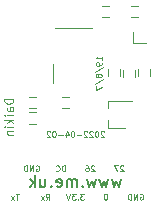
<source format=gbr>
%TF.GenerationSoftware,KiCad,Pcbnew,(6.0.2-0)*%
%TF.CreationDate,2022-04-03T14:45:23+01:00*%
%TF.ProjectId,Daikin,4461696b-696e-42e6-9b69-6361645f7063,1*%
%TF.SameCoordinates,Original*%
%TF.FileFunction,Legend,Bot*%
%TF.FilePolarity,Positive*%
%FSLAX46Y46*%
G04 Gerber Fmt 4.6, Leading zero omitted, Abs format (unit mm)*
G04 Created by KiCad (PCBNEW (6.0.2-0)) date 2022-04-03 14:45:23*
%MOMM*%
%LPD*%
G01*
G04 APERTURE LIST*
%ADD10C,0.080000*%
%ADD11C,0.100000*%
%ADD12C,0.150000*%
%ADD13C,0.120000*%
G04 APERTURE END LIST*
D10*
X102428571Y-49673809D02*
X102404761Y-49650000D01*
X102357142Y-49626190D01*
X102238095Y-49626190D01*
X102190476Y-49650000D01*
X102166666Y-49673809D01*
X102142857Y-49721428D01*
X102142857Y-49769047D01*
X102166666Y-49840476D01*
X102452380Y-50126190D01*
X102142857Y-50126190D01*
X101833333Y-49626190D02*
X101785714Y-49626190D01*
X101738095Y-49650000D01*
X101714285Y-49673809D01*
X101690476Y-49721428D01*
X101666666Y-49816666D01*
X101666666Y-49935714D01*
X101690476Y-50030952D01*
X101714285Y-50078571D01*
X101738095Y-50102380D01*
X101785714Y-50126190D01*
X101833333Y-50126190D01*
X101880952Y-50102380D01*
X101904761Y-50078571D01*
X101928571Y-50030952D01*
X101952380Y-49935714D01*
X101952380Y-49816666D01*
X101928571Y-49721428D01*
X101904761Y-49673809D01*
X101880952Y-49650000D01*
X101833333Y-49626190D01*
X101476190Y-49673809D02*
X101452380Y-49650000D01*
X101404761Y-49626190D01*
X101285714Y-49626190D01*
X101238095Y-49650000D01*
X101214285Y-49673809D01*
X101190476Y-49721428D01*
X101190476Y-49769047D01*
X101214285Y-49840476D01*
X101500000Y-50126190D01*
X101190476Y-50126190D01*
X101000000Y-49673809D02*
X100976190Y-49650000D01*
X100928571Y-49626190D01*
X100809523Y-49626190D01*
X100761904Y-49650000D01*
X100738095Y-49673809D01*
X100714285Y-49721428D01*
X100714285Y-49769047D01*
X100738095Y-49840476D01*
X101023809Y-50126190D01*
X100714285Y-50126190D01*
X100500000Y-49935714D02*
X100119047Y-49935714D01*
X99785714Y-49626190D02*
X99738095Y-49626190D01*
X99690476Y-49650000D01*
X99666666Y-49673809D01*
X99642857Y-49721428D01*
X99619047Y-49816666D01*
X99619047Y-49935714D01*
X99642857Y-50030952D01*
X99666666Y-50078571D01*
X99690476Y-50102380D01*
X99738095Y-50126190D01*
X99785714Y-50126190D01*
X99833333Y-50102380D01*
X99857142Y-50078571D01*
X99880952Y-50030952D01*
X99904761Y-49935714D01*
X99904761Y-49816666D01*
X99880952Y-49721428D01*
X99857142Y-49673809D01*
X99833333Y-49650000D01*
X99785714Y-49626190D01*
X99190476Y-49792857D02*
X99190476Y-50126190D01*
X99309523Y-49602380D02*
X99428571Y-49959523D01*
X99119047Y-49959523D01*
X98928571Y-49935714D02*
X98547619Y-49935714D01*
X98214285Y-49626190D02*
X98166666Y-49626190D01*
X98119047Y-49650000D01*
X98095238Y-49673809D01*
X98071428Y-49721428D01*
X98047619Y-49816666D01*
X98047619Y-49935714D01*
X98071428Y-50030952D01*
X98095238Y-50078571D01*
X98119047Y-50102380D01*
X98166666Y-50126190D01*
X98214285Y-50126190D01*
X98261904Y-50102380D01*
X98285714Y-50078571D01*
X98309523Y-50030952D01*
X98333333Y-49935714D01*
X98333333Y-49816666D01*
X98309523Y-49721428D01*
X98285714Y-49673809D01*
X98261904Y-49650000D01*
X98214285Y-49626190D01*
X97857142Y-49673809D02*
X97833333Y-49650000D01*
X97785714Y-49626190D01*
X97666666Y-49626190D01*
X97619047Y-49650000D01*
X97595238Y-49673809D01*
X97571428Y-49721428D01*
X97571428Y-49769047D01*
X97595238Y-49840476D01*
X97880952Y-50126190D01*
X97571428Y-50126190D01*
X104080952Y-52573809D02*
X104057142Y-52550000D01*
X104009523Y-52526190D01*
X103890476Y-52526190D01*
X103842857Y-52550000D01*
X103819047Y-52573809D01*
X103795238Y-52621428D01*
X103795238Y-52669047D01*
X103819047Y-52740476D01*
X104104761Y-53026190D01*
X103795238Y-53026190D01*
X103628571Y-52526190D02*
X103295238Y-52526190D01*
X103509523Y-53026190D01*
X101614284Y-52573809D02*
X101590474Y-52550000D01*
X101542855Y-52526190D01*
X101423808Y-52526190D01*
X101376189Y-52550000D01*
X101352379Y-52573809D01*
X101328570Y-52621428D01*
X101328570Y-52669047D01*
X101352379Y-52740476D01*
X101638093Y-53026190D01*
X101328570Y-53026190D01*
X100899998Y-52526190D02*
X100995236Y-52526190D01*
X101042855Y-52550000D01*
X101066665Y-52573809D01*
X101114284Y-52645238D01*
X101138093Y-52740476D01*
X101138093Y-52930952D01*
X101114284Y-52978571D01*
X101090474Y-53002380D01*
X101042855Y-53026190D01*
X100947617Y-53026190D01*
X100899998Y-53002380D01*
X100876189Y-52978571D01*
X100852379Y-52930952D01*
X100852379Y-52811904D01*
X100876189Y-52764285D01*
X100899998Y-52740476D01*
X100947617Y-52716666D01*
X101042855Y-52716666D01*
X101090474Y-52740476D01*
X101114284Y-52764285D01*
X101138093Y-52811904D01*
X99147618Y-53026190D02*
X99147618Y-52526190D01*
X99028570Y-52526190D01*
X98957142Y-52550000D01*
X98909523Y-52597619D01*
X98885713Y-52645238D01*
X98861904Y-52740476D01*
X98861904Y-52811904D01*
X98885713Y-52907142D01*
X98909523Y-52954761D01*
X98957142Y-53002380D01*
X99028570Y-53026190D01*
X99147618Y-53026190D01*
X98361904Y-52978571D02*
X98385713Y-53002380D01*
X98457142Y-53026190D01*
X98504761Y-53026190D01*
X98576189Y-53002380D01*
X98623808Y-52954761D01*
X98647618Y-52907142D01*
X98671427Y-52811904D01*
X98671427Y-52740476D01*
X98647618Y-52645238D01*
X98623808Y-52597619D01*
X98576189Y-52550000D01*
X98504761Y-52526190D01*
X98457142Y-52526190D01*
X98385713Y-52550000D01*
X98361904Y-52573809D01*
X96680952Y-52550000D02*
X96728571Y-52526190D01*
X96800000Y-52526190D01*
X96871428Y-52550000D01*
X96919047Y-52597619D01*
X96942857Y-52645238D01*
X96966666Y-52740476D01*
X96966666Y-52811904D01*
X96942857Y-52907142D01*
X96919047Y-52954761D01*
X96871428Y-53002380D01*
X96800000Y-53026190D01*
X96752380Y-53026190D01*
X96680952Y-53002380D01*
X96657142Y-52978571D01*
X96657142Y-52811904D01*
X96752380Y-52811904D01*
X96442857Y-53026190D02*
X96442857Y-52526190D01*
X96157142Y-53026190D01*
X96157142Y-52526190D01*
X95919047Y-53026190D02*
X95919047Y-52526190D01*
X95800000Y-52526190D01*
X95728571Y-52550000D01*
X95680952Y-52597619D01*
X95657142Y-52645238D01*
X95633333Y-52740476D01*
X95633333Y-52811904D01*
X95657142Y-52907142D01*
X95680952Y-52954761D01*
X95728571Y-53002380D01*
X95800000Y-53026190D01*
X95919047Y-53026190D01*
X95245238Y-54926190D02*
X94959523Y-54926190D01*
X95102380Y-55426190D02*
X95102380Y-54926190D01*
X94840476Y-55426190D02*
X94578571Y-55092857D01*
X94840476Y-55092857D02*
X94578571Y-55426190D01*
X97497619Y-55426190D02*
X97664285Y-55188095D01*
X97783333Y-55426190D02*
X97783333Y-54926190D01*
X97592857Y-54926190D01*
X97545238Y-54950000D01*
X97521428Y-54973809D01*
X97497619Y-55021428D01*
X97497619Y-55092857D01*
X97521428Y-55140476D01*
X97545238Y-55164285D01*
X97592857Y-55188095D01*
X97783333Y-55188095D01*
X97330952Y-55426190D02*
X97069047Y-55092857D01*
X97330952Y-55092857D02*
X97069047Y-55426190D01*
X100738095Y-54926190D02*
X100428571Y-54926190D01*
X100595238Y-55116666D01*
X100523809Y-55116666D01*
X100476190Y-55140476D01*
X100452380Y-55164285D01*
X100428571Y-55211904D01*
X100428571Y-55330952D01*
X100452380Y-55378571D01*
X100476190Y-55402380D01*
X100523809Y-55426190D01*
X100666666Y-55426190D01*
X100714285Y-55402380D01*
X100738095Y-55378571D01*
X100214285Y-55378571D02*
X100190476Y-55402380D01*
X100214285Y-55426190D01*
X100238095Y-55402380D01*
X100214285Y-55378571D01*
X100214285Y-55426190D01*
X100023809Y-54926190D02*
X99714285Y-54926190D01*
X99880952Y-55116666D01*
X99809523Y-55116666D01*
X99761904Y-55140476D01*
X99738095Y-55164285D01*
X99714285Y-55211904D01*
X99714285Y-55330952D01*
X99738095Y-55378571D01*
X99761904Y-55402380D01*
X99809523Y-55426190D01*
X99952380Y-55426190D01*
X100000000Y-55402380D01*
X100023809Y-55378571D01*
X99571428Y-54926190D02*
X99404761Y-55426190D01*
X99238095Y-54926190D01*
X102573809Y-54926190D02*
X102526190Y-54926190D01*
X102478571Y-54950000D01*
X102454761Y-54973809D01*
X102430952Y-55021428D01*
X102407142Y-55116666D01*
X102407142Y-55235714D01*
X102430952Y-55330952D01*
X102454761Y-55378571D01*
X102478571Y-55402380D01*
X102526190Y-55426190D01*
X102573809Y-55426190D01*
X102621428Y-55402380D01*
X102645238Y-55378571D01*
X102669047Y-55330952D01*
X102692857Y-55235714D01*
X102692857Y-55116666D01*
X102669047Y-55021428D01*
X102645238Y-54973809D01*
X102621428Y-54950000D01*
X102573809Y-54926190D01*
X105480952Y-54950000D02*
X105528571Y-54926190D01*
X105600000Y-54926190D01*
X105671428Y-54950000D01*
X105719047Y-54997619D01*
X105742857Y-55045238D01*
X105766666Y-55140476D01*
X105766666Y-55211904D01*
X105742857Y-55307142D01*
X105719047Y-55354761D01*
X105671428Y-55402380D01*
X105600000Y-55426190D01*
X105552380Y-55426190D01*
X105480952Y-55402380D01*
X105457142Y-55378571D01*
X105457142Y-55211904D01*
X105552380Y-55211904D01*
X105242857Y-55426190D02*
X105242857Y-54926190D01*
X104957142Y-55426190D01*
X104957142Y-54926190D01*
X104719047Y-55426190D02*
X104719047Y-54926190D01*
X104600000Y-54926190D01*
X104528571Y-54950000D01*
X104480952Y-54997619D01*
X104457142Y-55045238D01*
X104433333Y-55140476D01*
X104433333Y-55211904D01*
X104457142Y-55307142D01*
X104480952Y-55354761D01*
X104528571Y-55402380D01*
X104600000Y-55426190D01*
X104719047Y-55426190D01*
D11*
X94739285Y-46864285D02*
X93989285Y-46864285D01*
X93989285Y-47042857D01*
X94025000Y-47150000D01*
X94096428Y-47221428D01*
X94167857Y-47257142D01*
X94310714Y-47292857D01*
X94417857Y-47292857D01*
X94560714Y-47257142D01*
X94632142Y-47221428D01*
X94703571Y-47150000D01*
X94739285Y-47042857D01*
X94739285Y-46864285D01*
X94739285Y-47935714D02*
X94346428Y-47935714D01*
X94275000Y-47900000D01*
X94239285Y-47828571D01*
X94239285Y-47685714D01*
X94275000Y-47614285D01*
X94703571Y-47935714D02*
X94739285Y-47864285D01*
X94739285Y-47685714D01*
X94703571Y-47614285D01*
X94632142Y-47578571D01*
X94560714Y-47578571D01*
X94489285Y-47614285D01*
X94453571Y-47685714D01*
X94453571Y-47864285D01*
X94417857Y-47935714D01*
X94739285Y-48292857D02*
X94239285Y-48292857D01*
X93989285Y-48292857D02*
X94025000Y-48257142D01*
X94060714Y-48292857D01*
X94025000Y-48328571D01*
X93989285Y-48292857D01*
X94060714Y-48292857D01*
X94739285Y-48650000D02*
X93989285Y-48650000D01*
X94453571Y-48721428D02*
X94739285Y-48935714D01*
X94239285Y-48935714D02*
X94525000Y-48650000D01*
X94739285Y-49257142D02*
X94239285Y-49257142D01*
X93989285Y-49257142D02*
X94025000Y-49221428D01*
X94060714Y-49257142D01*
X94025000Y-49292857D01*
X93989285Y-49257142D01*
X94060714Y-49257142D01*
X94239285Y-49614285D02*
X94739285Y-49614285D01*
X94310714Y-49614285D02*
X94275000Y-49650000D01*
X94239285Y-49721428D01*
X94239285Y-49828571D01*
X94275000Y-49900000D01*
X94346428Y-49935714D01*
X94739285Y-49935714D01*
D10*
X102226190Y-43604761D02*
X102226190Y-43319047D01*
X102226190Y-43461904D02*
X101726190Y-43461904D01*
X101797619Y-43414285D01*
X101845238Y-43366666D01*
X101869047Y-43319047D01*
X102226190Y-43842857D02*
X102226190Y-43938095D01*
X102202380Y-43985714D01*
X102178571Y-44009523D01*
X102107142Y-44057142D01*
X102011904Y-44080952D01*
X101821428Y-44080952D01*
X101773809Y-44057142D01*
X101750000Y-44033333D01*
X101726190Y-43985714D01*
X101726190Y-43890476D01*
X101750000Y-43842857D01*
X101773809Y-43819047D01*
X101821428Y-43795238D01*
X101940476Y-43795238D01*
X101988095Y-43819047D01*
X102011904Y-43842857D01*
X102035714Y-43890476D01*
X102035714Y-43985714D01*
X102011904Y-44033333D01*
X101988095Y-44057142D01*
X101940476Y-44080952D01*
X101702380Y-44652380D02*
X102345238Y-44223809D01*
X101940476Y-44890476D02*
X101916666Y-44842857D01*
X101892857Y-44819047D01*
X101845238Y-44795238D01*
X101821428Y-44795238D01*
X101773809Y-44819047D01*
X101750000Y-44842857D01*
X101726190Y-44890476D01*
X101726190Y-44985714D01*
X101750000Y-45033333D01*
X101773809Y-45057142D01*
X101821428Y-45080952D01*
X101845238Y-45080952D01*
X101892857Y-45057142D01*
X101916666Y-45033333D01*
X101940476Y-44985714D01*
X101940476Y-44890476D01*
X101964285Y-44842857D01*
X101988095Y-44819047D01*
X102035714Y-44795238D01*
X102130952Y-44795238D01*
X102178571Y-44819047D01*
X102202380Y-44842857D01*
X102226190Y-44890476D01*
X102226190Y-44985714D01*
X102202380Y-45033333D01*
X102178571Y-45057142D01*
X102130952Y-45080952D01*
X102035714Y-45080952D01*
X101988095Y-45057142D01*
X101964285Y-45033333D01*
X101940476Y-44985714D01*
X101702380Y-45652380D02*
X102345238Y-45223809D01*
X101726190Y-45771428D02*
X101726190Y-46104761D01*
X102226190Y-45890476D01*
D12*
X103857142Y-53685714D02*
X103666666Y-54352380D01*
X103476190Y-53876190D01*
X103285714Y-54352380D01*
X103095238Y-53685714D01*
X102809523Y-53685714D02*
X102619047Y-54352380D01*
X102428571Y-53876190D01*
X102238095Y-54352380D01*
X102047619Y-53685714D01*
X101761904Y-53685714D02*
X101571428Y-54352380D01*
X101380952Y-53876190D01*
X101190476Y-54352380D01*
X101000000Y-53685714D01*
X100619047Y-54257142D02*
X100571428Y-54304761D01*
X100619047Y-54352380D01*
X100666666Y-54304761D01*
X100619047Y-54257142D01*
X100619047Y-54352380D01*
X100142857Y-54352380D02*
X100142857Y-53685714D01*
X100142857Y-53780952D02*
X100095238Y-53733333D01*
X100000000Y-53685714D01*
X99857142Y-53685714D01*
X99761904Y-53733333D01*
X99714285Y-53828571D01*
X99714285Y-54352380D01*
X99714285Y-53828571D02*
X99666666Y-53733333D01*
X99571428Y-53685714D01*
X99428571Y-53685714D01*
X99333333Y-53733333D01*
X99285714Y-53828571D01*
X99285714Y-54352380D01*
X98428571Y-54304761D02*
X98523809Y-54352380D01*
X98714285Y-54352380D01*
X98809523Y-54304761D01*
X98857142Y-54209523D01*
X98857142Y-53828571D01*
X98809523Y-53733333D01*
X98714285Y-53685714D01*
X98523809Y-53685714D01*
X98428571Y-53733333D01*
X98380952Y-53828571D01*
X98380952Y-53923809D01*
X98857142Y-54019047D01*
X97952380Y-54257142D02*
X97904761Y-54304761D01*
X97952380Y-54352380D01*
X98000000Y-54304761D01*
X97952380Y-54257142D01*
X97952380Y-54352380D01*
X97047619Y-53685714D02*
X97047619Y-54352380D01*
X97476190Y-53685714D02*
X97476190Y-54209523D01*
X97428571Y-54304761D01*
X97333333Y-54352380D01*
X97190476Y-54352380D01*
X97095238Y-54304761D01*
X97047619Y-54257142D01*
X96571428Y-54352380D02*
X96571428Y-53352380D01*
X96476190Y-53971428D02*
X96190476Y-54352380D01*
X96190476Y-53685714D02*
X96571428Y-54066666D01*
D13*
%TO.C,R2*%
X105050000Y-44425000D02*
X105050000Y-45025000D01*
X104050000Y-44425000D02*
X104050000Y-45025000D01*
%TO.C,C1*%
X99500000Y-46700000D02*
X98900000Y-46700000D01*
X99500000Y-47700000D02*
X98900000Y-47700000D01*
%TO.C,Q3*%
X102770000Y-47040000D02*
X102770000Y-47700000D01*
X104180000Y-49360000D02*
X102770000Y-49360000D01*
X102770000Y-48700000D02*
X102770000Y-49360000D01*
X102770000Y-47040000D02*
X104800000Y-47040000D01*
%TO.C,R6*%
X102225000Y-40000000D02*
X102825000Y-40000000D01*
X102225000Y-39000000D02*
X102825000Y-39000000D01*
%TO.C,R1*%
X103800000Y-44400000D02*
X103800000Y-45000000D01*
X102800000Y-44400000D02*
X102800000Y-45000000D01*
%TO.C,R3*%
X106350000Y-44400000D02*
X106350000Y-45000000D01*
X105350000Y-44400000D02*
X105350000Y-45000000D01*
%TO.C,R4*%
X96100000Y-46700000D02*
X96700000Y-46700000D01*
X96100000Y-47700000D02*
X96700000Y-47700000D01*
%TO.C,D1*%
X104900000Y-42200000D02*
X104900000Y-41200000D01*
X106000000Y-42200000D02*
X104900000Y-42200000D01*
%TO.C,C5*%
X96100000Y-49000000D02*
X96700000Y-49000000D01*
X96100000Y-48000000D02*
X96700000Y-48000000D01*
%TO.C,U2*%
X101400000Y-40925000D02*
X98300000Y-40925000D01*
X98125000Y-43975000D02*
X98125000Y-45575000D01*
%TO.C,R5*%
X105300000Y-39000000D02*
X104700000Y-39000000D01*
X105300000Y-40000000D02*
X104700000Y-40000000D01*
%TD*%
M02*

</source>
